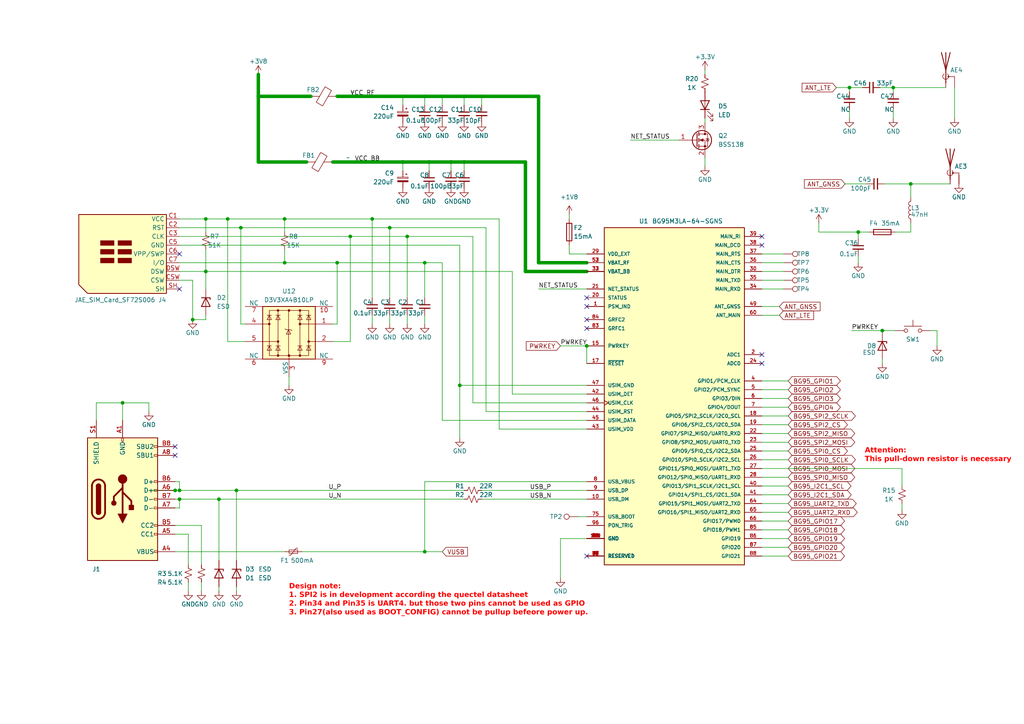
<source format=kicad_sch>
(kicad_sch (version 20230121) (generator eeschema)
  (paper "A4")
  (lib_symbols
    (symbol "C_Small_1" (pin_numbers hide) (pin_names (offset 0.254))
      (property "Reference" "C" (at 0.254 1.778 0))
      (property "Value" "C_Small" (at 0.254 -2.032 0))
      (symbol "C_Small_1_1_1"
        (pin passive line (at 0 2.54 270) (length 2.032) (name "~") (number "1"))
        (pin passive line (at 0 -2.54 90) (length 2.032) (name "~") (number "2"))
      )
    )
    (symbol "Connector:JAE_SIM_Card_SF72S006"
      (property "Reference" "J" (at 5.08 12.7 0))
      (property "Value" "JAE_SIM_Card_SF72S006" (at 30.48 12.7 0))
      (symbol "JAE_SIM_Card_SF72S006_1_1"
        (pin power_in line (at 0 10.16 0) (length 3.81) (name "VCC") (number "C1"))
        (pin input line (at 0 7.62 0) (length 3.81) (name "RST") (number "C2"))
        (pin input line (at 0 5.08 0) (length 3.81) (name "CLK") (number "C3"))
        (pin power_in line (at 0 2.54 0) (length 3.81) (name "GND") (number "C5"))
        (pin bidirectional line (at 0 0 0) (length 3.81) (name "VPP/SWP") (number "C6"))
        (pin bidirectional line (at 0 -2.54 0) (length 3.81) (name "I/O") (number "C7"))
        (pin passive line (at 0 -7.62 0) (length 3.81) (name "CSW") (number "CSW"))
        (pin passive line (at 0 -5.08 0) (length 3.81) (name "DSW") (number "DSW"))
        (pin passive line (at 0 -10.16 0) (length 3.81) (name "SH") (number "SH"))
      )
    )
    (symbol "Connector:TestPoint" (pin_numbers hide) (pin_names (offset 0.762) hide)
      (property "Reference" "TP" (at 0 6.858 0))
      (property "Value" "TestPoint" (at 0 5.08 0))
      (symbol "TestPoint_1_1"
        (pin passive line (at 0 0 90) (length 2.54) (name "1") (number "1"))
      )
    )
    (symbol "Connector:USB_C_Receptacle_USB2.0" (pin_names (offset 1.016))
      (property "Reference" "J" (at -10.16 19.05 0))
      (property "Value" "USB_C_Receptacle_USB2.0" (at 19.05 19.05 0))
      (symbol "USB_C_Receptacle_USB2.0_1_1"
        (pin passive line (at 0 -22.86 90) (length 5.08) (name "GND") (number "A1"))
        (pin passive line (at 0 -22.86 90) (length 5.08) hide (name "GND") (number "A12"))
        (pin passive line (at 15.24 15.24 180) (length 5.08) (name "VBUS") (number "A4"))
        (pin bidirectional line (at 15.24 10.16 180) (length 5.08) (name "CC1") (number "A5"))
        (pin bidirectional line (at 15.24 -2.54 180) (length 5.08) (name "D+") (number "A6"))
        (pin bidirectional line (at 15.24 2.54 180) (length 5.08) (name "D-") (number "A7"))
        (pin bidirectional line (at 15.24 -12.7 180) (length 5.08) (name "SBU1") (number "A8"))
        (pin passive line (at 15.24 15.24 180) (length 5.08) hide (name "VBUS") (number "A9"))
        (pin passive line (at 0 -22.86 90) (length 5.08) hide (name "GND") (number "B1"))
        (pin passive line (at 0 -22.86 90) (length 5.08) hide (name "GND") (number "B12"))
        (pin passive line (at 15.24 15.24 180) (length 5.08) hide (name "VBUS") (number "B4"))
        (pin bidirectional line (at 15.24 7.62 180) (length 5.08) (name "CC2") (number "B5"))
        (pin bidirectional line (at 15.24 -5.08 180) (length 5.08) (name "D+") (number "B6"))
        (pin bidirectional line (at 15.24 0 180) (length 5.08) (name "D-") (number "B7"))
        (pin bidirectional line (at 15.24 -15.24 180) (length 5.08) (name "SBU2") (number "B8"))
        (pin passive line (at 15.24 15.24 180) (length 5.08) hide (name "VBUS") (number "B9"))
        (pin passive line (at -7.62 -22.86 90) (length 5.08) (name "SHIELD") (number "S1"))
      )
    )
    (symbol "Device:Antenna_Shield" (pin_numbers hide) (pin_names (offset 1.016) hide)
      (property "Reference" "AE" (at -1.905 4.445 0))
      (property "Value" "Antenna_Shield" (at -1.905 2.54 0))
      (symbol "Antenna_Shield_1_1"
        (pin input line (at 0 -5.08 90) (length 2.54) (name "A") (number "1"))
        (pin input line (at 2.54 -5.08 90) (length 2.54) (name "Shield") (number "2"))
      )
    )
    (symbol "Device:C_Polarized_Small" (pin_numbers hide) (pin_names (offset 0.254) hide)
      (property "Reference" "C" (at 0.254 1.778 0))
      (property "Value" "C_Polarized_Small" (at 0.254 -2.032 0))
      (symbol "C_Polarized_Small_1_1"
        (pin passive line (at 0 2.54 270) (length 1.8542) (name "~") (number "1"))
        (pin passive line (at 0 -2.54 90) (length 1.8542) (name "~") (number "2"))
      )
    )
    (symbol "Device:C_Small" (pin_numbers hide) (pin_names (offset 0.254) hide)
      (property "Reference" "C" (at 0.254 1.778 0))
      (property "Value" "C_Small" (at 0.254 -2.032 0))
      (symbol "C_Small_1_1"
        (pin passive line (at 0 2.54 270) (length 2.032) (name "~") (number "1"))
        (pin passive line (at 0 -2.54 90) (length 2.032) (name "~") (number "2"))
      )
    )
    (symbol "Device:FerriteBead" (pin_numbers hide) (pin_names (offset 0))
      (property "Reference" "FB" (at -3.81 0.635 90))
      (property "Value" "FerriteBead" (at 3.81 0 90))
      (symbol "FerriteBead_1_1"
        (pin passive line (at 0 3.81 270) (length 2.54) (name "~") (number "1"))
        (pin passive line (at 0 -3.81 90) (length 2.54) (name "~") (number "2"))
      )
    )
    (symbol "Device:Fuse" (pin_numbers hide) (pin_names (offset 0))
      (property "Reference" "F" (at 2.032 0 90))
      (property "Value" "Fuse" (at -1.905 0 90))
      (symbol "Fuse_1_1"
        (pin passive line (at 0 3.81 270) (length 1.27) (name "~") (number "1"))
        (pin passive line (at 0 -3.81 90) (length 1.27) (name "~") (number "2"))
      )
    )
    (symbol "Device:L" (pin_numbers hide) (pin_names (offset 1.016) hide)
      (property "Reference" "L" (at -1.27 0 90))
      (property "Value" "L" (at 1.905 0 90))
      (symbol "L_1_1"
        (pin passive line (at 0 3.81 270) (length 1.27) (name "1") (number "1"))
        (pin passive line (at 0 -3.81 90) (length 1.27) (name "2") (number "2"))
      )
    )
    (symbol "Device:LED" (pin_numbers hide) (pin_names (offset 1.016) hide)
      (property "Reference" "D" (at 0 2.54 0))
      (property "Value" "LED" (at 0 -2.54 0))
      (symbol "LED_1_1"
        (pin passive line (at -3.81 0 0) (length 2.54) (name "K") (number "1"))
        (pin passive line (at 3.81 0 180) (length 2.54) (name "A") (number "2"))
      )
    )
    (symbol "Device:Polyfuse_Small" (pin_numbers hide) (pin_names (offset 0))
      (property "Reference" "F" (at -1.905 0 90))
      (property "Value" "Polyfuse_Small" (at 1.905 0 90))
      (symbol "Polyfuse_Small_1_1"
        (pin passive line (at 0 2.54 270) (length 0.635) (name "~") (number "1"))
        (pin passive line (at 0 -2.54 90) (length 0.635) (name "~") (number "2"))
      )
    )
    (symbol "Device:R_Small_US" (pin_numbers hide) (pin_names (offset 0.254) hide)
      (property "Reference" "R" (at 0.762 0.508 0))
      (property "Value" "R_Small_US" (at 0.762 -1.016 0))
      (symbol "R_Small_US_1_1"
        (pin passive line (at 0 2.54 270) (length 1.016) (name "~") (number "1"))
        (pin passive line (at 0 -2.54 90) (length 1.016) (name "~") (number "2"))
      )
    )
    (symbol "Diode:ESD5Zxx" (pin_numbers hide) (pin_names hide)
      (property "Reference" "D" (at 0 2.54 0))
      (property "Value" "ESD5Zxx" (at 0 -2.54 0))
      (symbol "ESD5Zxx_1_1"
        (pin passive line (at -3.81 0 0) (length 2.54) (name "K") (number "1"))
        (pin passive line (at 3.81 0 180) (length 2.54) (name "A") (number "2"))
      )
    )
    (symbol "Power_Protection:D3V3XA4B10LP" (pin_names (offset 0))
      (property "Reference" "U" (at -0.635 8.89 0))
      (property "Value" "D3V3XA4B10LP" (at 8.89 -10.16 0))
      (symbol "D3V3XA4B10LP_1_1"
        (pin passive line (at -12.7 2.54 0) (length 5.08) (name "~") (number "1"))
        (pin free line (at -12.7 7.62 0) (length 5.08) (name "NC") (number "10"))
        (pin passive line (at -12.7 -2.54 0) (length 5.08) (name "~") (number "2"))
        (pin power_in line (at 0 -12.7 90) (length 5.08) (name "VSS") (number "3"))
        (pin passive line (at 12.7 2.54 180) (length 5.08) (name "~") (number "4"))
        (pin passive line (at 12.7 -2.54 180) (length 5.08) (name "~") (number "5"))
        (pin free line (at 12.7 -7.62 180) (length 5.08) (name "NC") (number "6"))
        (pin free line (at 12.7 7.62 180) (length 5.08) (name "NC") (number "7"))
        (pin passive line (at 0 -12.7 90) (length 5.08) hide (name "VSS") (number "8"))
        (pin free line (at -12.7 -7.62 0) (length 5.08) (name "NC") (number "9"))
      )
    )
    (symbol "Switch:SW_Omron_B3FS" (pin_numbers hide) (pin_names (offset 1.016) hide)
      (property "Reference" "SW" (at 1.27 2.54 0))
      (property "Value" "SW_Omron_B3FS" (at 0 -1.524 0))
      (symbol "SW_Omron_B3FS_0_1"
        (pin passive line (at -5.08 0 0) (length 2.54) (name "1") (number "1"))
        (pin passive line (at 5.08 0 180) (length 2.54) (name "2") (number "2"))
      )
    )
    (symbol "Transistor_FET:BSS138" (pin_names hide)
      (property "Reference" "Q" (at 5.08 1.905 0))
      (property "Value" "BSS138" (at 5.08 0 0))
      (symbol "BSS138_1_1"
        (pin input line (at -5.08 0 0) (length 2.54) (name "G") (number "1"))
        (pin passive line (at 2.54 -5.08 90) (length 2.54) (name "S") (number "2"))
        (pin passive line (at 2.54 5.08 270) (length 2.54) (name "D") (number "3"))
      )
    )
    (symbol "mylib:BG95M3LA-64-SGNS" (pin_names (offset 1.016))
      (property "Reference" "U1" (at -8.89 46.99 0))
      (property "Value" "BG95M3LA-64-SGNS" (at -8.89 44.45 0))
      (symbol "BG95M3LA-64-SGNS_0_0"
        (pin output line (at -25.4 19.05 0) (length 5.08) (name "PSM_IND") (number "1"))
        (pin bidirectional line (at -25.4 -36.83 0) (length 5.08) (name "USB_DM") (number "10"))
        (pin power_in line (at -25.4 -48.26 0) (length 5.08) (name "GND") (number "100"))
        (pin power_in line (at -25.4 -48.26 0) (length 5.08) (name "GND") (number "101"))
        (pin power_in line (at -25.4 -48.26 0) (length 5.08) (name "GND") (number "102"))
        (pin passive line (at -25.4 -53.34 0) (length 5.08) (name "RESERVED") (number "11"))
        (pin passive line (at -25.4 -53.34 0) (length 5.08) (name "RESERVED") (number "12"))
        (pin passive line (at -25.4 -53.34 0) (length 5.08) (name "RESERVED") (number "13"))
        (pin passive line (at -25.4 -53.34 0) (length 5.08) (name "RESERVED") (number "14"))
        (pin input line (at -25.4 7.62 0) (length 5.08) (name "PWRKEY") (number "15"))
        (pin passive line (at -25.4 -53.34 0) (length 5.08) (name "RESERVED") (number "16"))
        (pin input line (at -25.4 2.54 0) (length 5.08) (name "~{RESET}") (number "17"))
        (pin input line (at 25.4 5.08 180) (length 5.08) (name "ADC1") (number "2"))
        (pin output line (at -25.4 21.59 0) (length 5.08) (name "STATUS") (number "20"))
        (pin output line (at -25.4 24.13 0) (length 5.08) (name "NET_STATUS") (number "21"))
        (pin input line (at 25.4 2.54 180) (length 5.08) (name "ADC0") (number "24"))
        (pin power_in line (at -25.4 34.29 0) (length 5.08) (name "VDD_EXT") (number "29"))
        (pin power_in line (at -25.4 -48.26 0) (length 5.08) (name "GND") (number "3"))
        (pin input line (at 25.4 29.21 180) (length 5.08) (name "MAIN_DTR") (number "30"))
        (pin power_in line (at -25.4 -48.26 0) (length 5.08) (name "GND") (number "31"))
        (pin power_in line (at -25.4 29.21 0) (length 5.08) (name "VBAT_BB") (number "32"))
        (pin power_in line (at -25.4 29.21 0) (length 5.08) (name "VBAT_BB") (number "33"))
        (pin input line (at 25.4 24.13 180) (length 5.08) (name "MAIN_RXD") (number "34"))
        (pin output line (at 25.4 26.67 180) (length 5.08) (name "MAIN_TXD") (number "35"))
        (pin output line (at 25.4 31.75 180) (length 5.08) (name "MAIN_CTS") (number "36"))
        (pin input line (at 25.4 34.29 180) (length 5.08) (name "MAIN_RTS") (number "37"))
        (pin output line (at 25.4 36.83 180) (length 5.08) (name "MAIN_DCD") (number "38"))
        (pin output line (at 25.4 39.37 180) (length 5.08) (name "MAIN_RI") (number "39"))
        (pin input line (at -25.4 -6.35 0) (length 5.08) (name "USIM_DET") (number "42"))
        (pin power_in line (at -25.4 -16.51 0) (length 5.08) (name "USIM_VDD") (number "43"))
        (pin output line (at -25.4 -11.43 0) (length 5.08) (name "USIM_RST") (number "44"))
        (pin bidirectional line (at -25.4 -13.97 0) (length 5.08) (name "USIM_DATA") (number "45"))
        (pin output clock (at -25.4 -8.89 0) (length 5.08) (name "USIM_CLK") (number "46"))
        (pin power_in line (at -25.4 -3.81 0) (length 5.08) (name "USIM_GND") (number "47"))
        (pin power_in line (at -25.4 -48.26 0) (length 5.08) (name "GND") (number "48"))
        (pin input line (at 25.4 19.05 180) (length 5.08) (name "ANT_GNSS") (number "49"))
        (pin power_in line (at -25.4 -48.26 0) (length 5.08) (name "GND") (number "50"))
        (pin passive line (at -25.4 -53.34 0) (length 5.08) (name "RESERVED") (number "51"))
        (pin power_in line (at -25.4 31.75 0) (length 5.08) (name "VBAT_RF") (number "52"))
        (pin power_in line (at -25.4 31.75 0) (length 5.08) (name "VBAT_RF") (number "53"))
        (pin power_in line (at -25.4 -48.26 0) (length 5.08) (name "GND") (number "54"))
        (pin power_in line (at -25.4 -48.26 0) (length 5.08) (name "GND") (number "55"))
        (pin passive line (at -25.4 -53.34 0) (length 5.08) (name "RESERVED") (number "56"))
        (pin passive line (at -25.4 -53.34 0) (length 5.08) (name "RESERVED") (number "57"))
        (pin power_in line (at -25.4 -48.26 0) (length 5.08) (name "GND") (number "58"))
        (pin power_in line (at -25.4 -48.26 0) (length 5.08) (name "GND") (number "59"))
        (pin bidirectional line (at 25.4 16.51 180) (length 5.08) (name "ANT_MAIN") (number "60"))
        (pin power_in line (at -25.4 -48.26 0) (length 5.08) (name "GND") (number "61"))
        (pin power_in line (at -25.4 -48.26 0) (length 5.08) (name "GND") (number "62"))
        (pin passive line (at -25.4 -53.34 0) (length 5.08) (name "RESERVED") (number "63"))
        (pin power_in line (at -25.4 -48.26 0) (length 5.08) (name "GND") (number "67"))
        (pin power_in line (at -25.4 -48.26 0) (length 5.08) (name "GND") (number "68"))
        (pin power_in line (at -25.4 -48.26 0) (length 5.08) (name "GND") (number "69"))
        (pin power_in line (at -25.4 -48.26 0) (length 5.08) (name "GND") (number "70"))
        (pin power_in line (at -25.4 -48.26 0) (length 5.08) (name "GND") (number "71"))
        (pin power_in line (at -25.4 -48.26 0) (length 5.08) (name "GND") (number "72"))
        (pin power_in line (at -25.4 -48.26 0) (length 5.08) (name "GND") (number "73"))
        (pin power_in line (at -25.4 -48.26 0) (length 5.08) (name "GND") (number "74"))
        (pin input line (at -25.4 -41.91 0) (length 5.08) (name "USB_BOOT") (number "75"))
        (pin passive line (at -25.4 -53.34 0) (length 5.08) (name "RESERVED") (number "76"))
        (pin passive line (at -25.4 -53.34 0) (length 5.08) (name "RESERVED") (number "77"))
        (pin passive line (at -25.4 -53.34 0) (length 5.08) (name "RESERVED") (number "78"))
        (pin power_in line (at -25.4 -48.26 0) (length 5.08) (name "GND") (number "79"))
        (pin input line (at -25.4 -31.75 0) (length 5.08) (name "USB_VBUS") (number "8"))
        (pin power_in line (at -25.4 -48.26 0) (length 5.08) (name "GND") (number "80"))
        (pin power_in line (at -25.4 -48.26 0) (length 5.08) (name "GND") (number "81"))
        (pin power_in line (at -25.4 -48.26 0) (length 5.08) (name "GND") (number "82"))
        (pin output line (at -25.4 12.7 0) (length 5.08) (name "GRFC1") (number "83"))
        (pin output line (at -25.4 15.24 0) (length 5.08) (name "GRFC2") (number "84"))
        (pin power_in line (at -25.4 -48.26 0) (length 5.08) (name "GND") (number "89"))
        (pin bidirectional line (at -25.4 -34.29 0) (length 5.08) (name "USB_DP") (number "9"))
        (pin power_in line (at -25.4 -48.26 0) (length 5.08) (name "GND") (number "90"))
        (pin power_in line (at -25.4 -48.26 0) (length 5.08) (name "GND") (number "91"))
        (pin passive line (at -25.4 -53.34 0) (length 5.08) (name "RESERVED") (number "92"))
        (pin passive line (at -25.4 -53.34 0) (length 5.08) (name "RESERVED") (number "93"))
        (pin passive line (at -25.4 -53.34 0) (length 5.08) (name "RESERVED") (number "94"))
        (pin passive line (at -25.4 -53.34 0) (length 5.08) (name "RESERVED") (number "95"))
        (pin input line (at -25.4 -44.45 0) (length 5.08) (name "PON_TRIG") (number "96"))
        (pin passive line (at -25.4 -53.34 0) (length 5.08) (name "RESERVED") (number "97"))
        (pin passive line (at -25.4 -53.34 0) (length 5.08) (name "RESERVED") (number "98"))
        (pin passive line (at -25.4 -53.34 0) (length 5.08) (name "RESERVED") (number "99"))
      )
      (symbol "BG95M3LA-64-SGNS_1_0"
        (pin bidirectional line (at 25.4 -12.7 180) (length 5.08) (name "GPIO5/SPI2_SCLK/I2C0_SCL") (number "18"))
        (pin bidirectional line (at 25.4 -15.24 180) (length 5.08) (name "GPIO6/SPI2_CS/I2C0_SDA") (number "19"))
        (pin bidirectional line (at 25.4 -17.78 180) (length 5.08) (name "GPIO7/SPI2_MISO/UART0_RXD") (number "22"))
        (pin bidirectional line (at 25.4 -20.32 180) (length 5.08) (name "GPIO8/SPI2_MOSI/UART0_TXD") (number "23"))
        (pin bidirectional line (at 25.4 -22.86 180) (length 5.08) (name "GPIO9/SPI0_CS/I2C2_SDA") (number "25"))
        (pin bidirectional line (at 25.4 -25.4 180) (length 5.08) (name "GPIO10/SPI0_SCLK/I2C2_SCL") (number "26"))
        (pin bidirectional line (at 25.4 -27.94 180) (length 5.08) (name "GPIO11/SPI0_MOSI/UART1_TXD") (number "27"))
        (pin bidirectional line (at 25.4 -30.48 180) (length 5.08) (name "GPIO12/SPI0_MISO/UART1_RXD") (number "28"))
        (pin bidirectional line (at 25.4 -2.54 180) (length 5.08) (name "GPIO1/PCM_CLK") (number "4"))
        (pin bidirectional line (at 25.4 -33.02 180) (length 5.08) (name "GPIO13/SPI1_SCLK/I2C1_SCL") (number "40"))
        (pin bidirectional line (at 25.4 -35.56 180) (length 5.08) (name "GPIO14/SPI1_CS/I2C1_SDA") (number "41"))
        (pin bidirectional line (at 25.4 -5.08 180) (length 5.08) (name "GPIO2/PCM_SYNC") (number "5"))
        (pin bidirectional line (at 25.4 -7.62 180) (length 5.08) (name "GPIO3/DIN") (number "6"))
        (pin bidirectional line (at 25.4 -38.1 180) (length 5.08) (name "GPIO15/SPI1_MOSI/UART2_TXD") (number "64"))
        (pin bidirectional line (at 25.4 -40.64 180) (length 5.08) (name "GPIO16/SPI1_MISO/UART2_RXD") (number "65"))
        (pin bidirectional line (at 25.4 -43.18 180) (length 5.08) (name "GPIO17/PWM0") (number "66"))
        (pin bidirectional line (at 25.4 -10.16 180) (length 5.08) (name "GPIO4/DOUT") (number "7"))
        (pin bidirectional line (at 25.4 -45.72 180) (length 5.08) (name "GPIO18/PWM1") (number "85"))
        (pin bidirectional line (at 25.4 -48.26 180) (length 5.08) (name "GPIO19") (number "86"))
        (pin bidirectional line (at 25.4 -50.8 180) (length 5.08) (name "GPIO20") (number "87"))
        (pin bidirectional line (at 25.4 -53.34 180) (length 5.08) (name "GPIO21") (number "88"))
      )
    )
    (symbol "power:+1V8" (power) (pin_names (offset 0))
      (property "Value" "+1V8" (at 0 3.556 0))
      (symbol "+1V8_1_1"
        (pin power_in line (at 0 0 90) (length 0) hide (name "+1V8") (number "1"))
      )
    )
    (symbol "power:+3.3V" (power) (pin_names (offset 0))
      (property "Value" "+3.3V" (at 0 3.556 0))
      (symbol "+3.3V_1_1"
        (pin power_in line (at 0 0 90) (length 0) hide (name "+3.3V") (number "1"))
      )
    )
    (symbol "power:+3V8" (power) (pin_names (offset 0))
      (property "Value" "+3V8" (at 0 3.556 0))
      (symbol "+3V8_1_1"
        (pin power_in line (at 0 0 90) (length 0) hide (name "+3V8") (number "1"))
      )
    )
    (symbol "power:GND" (power) (pin_names (offset 0))
      (property "Value" "GND" (at 0 -3.81 0))
      (symbol "GND_1_1"
        (pin power_in line (at 0 0 270) (length 0) hide (name "GND") (number "1"))
      )
    )
  )
  (junction (at 134.62 27.94))
  (junction (at 139.7 27.94))
  (junction (at 69.85 66.04))
  (junction (at 255.905 95.885))
  (junction (at 123.19 160.02))
  (junction (at 101.6 68.58))
  (junction (at 59.69 78.74))
  (junction (at 123.19 27.94))
  (junction (at 134.62 46.99))
  (junction (at 35.56 116.84))
  (junction (at 97.79 76.2))
  (junction (at 259.08 25.4))
  (junction (at 74.93 27.94))
  (junction (at 107.95 63.5))
  (junction (at 66.04 63.5))
  (junction (at 124.46 46.99))
  (junction (at 52.07 144.78))
  (junction (at 59.69 63.5))
  (junction (at 116.84 27.94))
  (junction (at 50.8 142.24))
  (junction (at 116.84 46.99))
  (junction (at 248.92 67.31))
  (junction (at 68.58 142.24))
  (junction (at 133.35 111.76))
  (junction (at 55.88 92.71))
  (junction (at 82.55 63.5))
  (junction (at 130.81 46.99))
  (junction (at 113.03 66.04))
  (junction (at 170.18 100.33))
  (junction (at 264.16 53.34))
  (junction (at 63.5 144.78))
  (junction (at 246.38 25.4))
  (junction (at 118.11 68.58))
  (junction (at 123.19 76.2))
  (junction (at 52.07 142.24))
  (junction (at 82.55 76.2))
  (junction (at 128.27 27.94))
  (no_connect (at 50.8 132.08))
  (no_connect (at 50.8 129.54))
  (no_connect (at 52.07 83.82))
  (no_connect (at 170.18 95.25))
  (no_connect (at 220.98 68.58))
  (no_connect (at 170.18 92.71))
  (no_connect (at 220.98 102.87))
  (no_connect (at 220.98 105.41))
  (no_connect (at 170.18 88.9))
  (no_connect (at 52.07 73.66))
  (no_connect (at 170.18 86.36))
  (no_connect (at 170.18 161.29))
  (no_connect (at 220.98 71.12))
  (wire (pts (xy 220.98 125.73) (xy 228.6 125.73)))
  (wire (pts (xy 59.69 63.5) (xy 59.69 67.31)))
  (wire (pts (xy 50.8 144.78) (xy 52.07 144.78)))
  (wire (pts (xy 134.62 46.99) (xy 134.62 49.53)))
  (wire (pts (xy 107.95 91.44) (xy 107.95 93.98)))
  (wire (pts (xy 113.03 91.44) (xy 113.03 93.98)))
  (wire (pts (xy 50.8 152.4) (xy 58.42 152.4)))
  (wire (pts (xy 220.98 115.57) (xy 228.6 115.57)))
  (wire (pts (xy 113.03 66.04) (xy 140.97 66.04)))
  (wire (pts (xy 227.33 76.2) (xy 220.98 76.2)))
  (wire (pts (xy 220.98 151.13) (xy 228.6 151.13)))
  (wire (pts (xy 247.015 95.885) (xy 255.905 95.885)))
  (wire (pts (xy 82.55 63.5) (xy 82.55 67.31)))
  (wire (pts (xy 82.55 72.39) (xy 82.55 76.2)))
  (wire (pts (xy 71.12 93.98) (xy 69.85 93.98)))
  (wire (pts (xy 237.49 67.31) (xy 248.92 67.31)))
  (wire (pts (xy 204.47 48.26) (xy 204.47 45.72)))
  (wire (pts (xy 204.47 20.32) (xy 204.47 21.59)))
  (wire (pts (xy 52.07 71.12) (xy 133.35 71.12)))
  (wire (pts (xy 248.92 67.31) (xy 248.92 69.215)))
  (wire (pts (xy 52.07 68.58) (xy 101.6 68.58)))
  (wire (pts (xy 52.07 66.04) (xy 69.85 66.04)))
  (wire (pts (xy 35.56 116.84) (xy 35.56 121.92)))
  (wire (pts (xy 227.33 83.82) (xy 220.98 83.82)))
  (wire (pts (xy 124.46 46.99) (xy 124.46 49.53)))
  (wire (pts (xy 128.27 27.94) (xy 123.19 27.94)) (stroke (width 1)))
  (wire (pts (xy 133.35 111.76) (xy 133.35 127)))
  (wire (pts (xy 134.62 46.99) (xy 152.4 46.99)) (stroke (width 1)))
  (wire (pts (xy 55.88 81.28) (xy 55.88 92.71)))
  (wire (pts (xy 148.59 78.74) (xy 59.69 78.74)))
  (wire (pts (xy 242.57 25.4) (xy 246.38 25.4)))
  (wire (pts (xy 123.19 76.2) (xy 128.27 76.2)))
  (wire (pts (xy 255.905 105.41) (xy 255.905 104.14)))
  (wire (pts (xy 83.82 111.76) (xy 83.82 109.22)))
  (wire (pts (xy 220.98 128.27) (xy 228.6 128.27)))
  (wire (pts (xy 134.62 27.94) (xy 134.62 30.48)))
  (wire (pts (xy 220.98 138.43) (xy 228.6 138.43)))
  (wire (pts (xy 128.27 76.2) (xy 128.27 121.92)))
  (wire (pts (xy 63.5 144.78) (xy 63.5 162.56)))
  (wire (pts (xy 256.54 53.34) (xy 264.16 53.34)))
  (wire (pts (xy 204.47 34.29) (xy 204.47 35.56)))
  (wire (pts (xy 27.94 121.92) (xy 27.94 116.84)))
  (wire (pts (xy 139.7 27.94) (xy 134.62 27.94)) (stroke (width 1)))
  (wire (pts (xy 128.27 27.94) (xy 128.27 30.48)))
  (wire (pts (xy 133.35 71.12) (xy 133.35 111.76)))
  (wire (pts (xy 220.98 156.21) (xy 228.6 156.21)))
  (wire (pts (xy 156.21 76.2) (xy 170.18 76.2)) (stroke (width 1)))
  (wire (pts (xy 123.19 86.36) (xy 123.19 76.2)))
  (wire (pts (xy 43.18 142.24) (xy 50.8 142.24)))
  (wire (pts (xy 220.98 130.81) (xy 228.6 130.81)))
  (wire (pts (xy 54.61 171.45) (xy 54.61 168.91)))
  (wire (pts (xy 116.84 27.94) (xy 97.79 27.94)) (stroke (width 1)))
  (wire (pts (xy 162.56 156.21) (xy 162.56 167.64)))
  (wire (pts (xy 220.98 161.29) (xy 228.6 161.29)))
  (wire (pts (xy 255.905 95.885) (xy 259.715 95.885)))
  (wire (pts (xy 165.1 62.23) (xy 165.1 63.5)))
  (wire (pts (xy 59.69 78.74) (xy 52.07 78.74)))
  (wire (pts (xy 123.19 27.94) (xy 123.19 30.48)))
  (wire (pts (xy 246.38 25.4) (xy 246.38 26.67)))
  (wire (pts (xy 220.98 118.11) (xy 228.6 118.11)))
  (wire (pts (xy 52.07 76.2) (xy 82.55 76.2)))
  (wire (pts (xy 152.4 78.74) (xy 152.4 46.99)) (stroke (width 1)))
  (wire (pts (xy 170.18 73.66) (xy 165.1 73.66)))
  (wire (pts (xy 54.61 163.83) (xy 54.61 154.94)))
  (wire (pts (xy 52.07 142.24) (xy 68.58 142.24)))
  (wire (pts (xy 220.98 148.59) (xy 228.6 148.59)))
  (wire (pts (xy 116.84 46.99) (xy 116.84 49.53)))
  (wire (pts (xy 248.92 67.31) (xy 252.095 67.31)))
  (wire (pts (xy 74.93 27.94) (xy 74.93 46.99)) (stroke (width 1)))
  (wire (pts (xy 74.93 21.59) (xy 74.93 27.94)) (stroke (width 1)))
  (wire (pts (xy 167.64 149.86) (xy 170.18 149.86)))
  (wire (pts (xy 50.8 147.32) (xy 52.07 147.32)))
  (wire (pts (xy 96.52 99.06) (xy 101.6 99.06)))
  (wire (pts (xy 68.58 142.24) (xy 68.58 162.56)))
  (wire (pts (xy 140.97 66.04) (xy 140.97 119.38)))
  (wire (pts (xy 118.11 68.58) (xy 137.16 68.58)))
  (wire (pts (xy 246.38 34.29) (xy 246.38 31.75)))
  (wire (pts (xy 113.03 86.36) (xy 113.03 66.04)))
  (wire (pts (xy 220.98 153.67) (xy 228.6 153.67)))
  (wire (pts (xy 220.98 146.05) (xy 228.6 146.05)))
  (wire (pts (xy 165.1 71.12) (xy 165.1 73.66)))
  (wire (pts (xy 52.07 139.7) (xy 52.07 142.24)))
  (wire (pts (xy 116.84 46.99) (xy 124.46 46.99)) (stroke (width 1)))
  (wire (pts (xy 68.58 142.24) (xy 134.62 142.24)))
  (wire (pts (xy 220.98 158.75) (xy 228.6 158.75)))
  (wire (pts (xy 123.19 139.7) (xy 170.18 139.7)))
  (wire (pts (xy 162.56 156.21) (xy 170.18 156.21)))
  (wire (pts (xy 50.8 160.02) (xy 82.55 160.02)))
  (wire (pts (xy 137.16 116.84) (xy 170.18 116.84)))
  (wire (pts (xy 248.92 74.295) (xy 248.92 76.2)))
  (wire (pts (xy 52.07 147.32) (xy 52.07 144.78)))
  (wire (pts (xy 148.59 114.3) (xy 148.59 78.74)))
  (wire (pts (xy 59.69 92.71) (xy 55.88 92.71)))
  (wire (pts (xy 116.84 27.94) (xy 116.84 30.48)))
  (wire (pts (xy 276.86 25.4) (xy 276.86 34.29)))
  (wire (pts (xy 264.16 67.31) (xy 259.715 67.31)))
  (wire (pts (xy 139.7 144.78) (xy 170.18 144.78)))
  (wire (pts (xy 170.18 100.33) (xy 170.18 105.41)))
  (wire (pts (xy 139.7 27.94) (xy 139.7 30.48)))
  (wire (pts (xy 130.81 46.99) (xy 134.62 46.99)) (stroke (width 1)))
  (wire (pts (xy 156.21 83.82) (xy 170.18 83.82)))
  (wire (pts (xy 259.08 25.4) (xy 274.32 25.4)))
  (wire (pts (xy 255.27 25.4) (xy 259.08 25.4)))
  (wire (pts (xy 264.16 53.34) (xy 264.16 57.15)))
  (wire (pts (xy 182.88 40.64) (xy 196.85 40.64)))
  (wire (pts (xy 220.98 110.49) (xy 228.6 110.49)))
  (wire (pts (xy 124.46 46.99) (xy 130.81 46.99)) (stroke (width 1)))
  (wire (pts (xy 107.95 63.5) (xy 144.78 63.5)))
  (wire (pts (xy 137.16 68.58) (xy 137.16 116.84)))
  (wire (pts (xy 220.98 113.03) (xy 228.6 113.03)))
  (wire (pts (xy 118.11 68.58) (xy 118.11 86.36)))
  (wire (pts (xy 148.59 114.3) (xy 170.18 114.3)))
  (wire (pts (xy 264.16 53.34) (xy 275.59 53.34)))
  (wire (pts (xy 220.98 123.19) (xy 228.6 123.19)))
  (wire (pts (xy 227.33 78.74) (xy 220.98 78.74)))
  (wire (pts (xy 156.21 76.2) (xy 156.21 27.94)) (stroke (width 1)))
  (wire (pts (xy 220.98 133.35) (xy 228.6 133.35)))
  (wire (pts (xy 50.8 142.24) (xy 52.07 142.24)))
  (wire (pts (xy 97.79 76.2) (xy 123.19 76.2)))
  (wire (pts (xy 123.19 160.02) (xy 128.27 160.02)))
  (wire (pts (xy 35.56 116.84) (xy 43.18 116.84)))
  (wire (pts (xy 96.52 93.98) (xy 97.79 93.98)))
  (wire (pts (xy 58.42 152.4) (xy 58.42 163.83)))
  (wire (pts (xy 69.85 66.04) (xy 113.03 66.04)))
  (wire (pts (xy 82.55 63.5) (xy 107.95 63.5)))
  (wire (pts (xy 220.98 88.9) (xy 226.06 88.9)))
  (wire (pts (xy 162.56 100.33) (xy 170.18 100.33)))
  (wire (pts (xy 54.61 154.94) (xy 50.8 154.94)))
  (wire (pts (xy 140.97 119.38) (xy 170.18 119.38)))
  (wire (pts (xy 68.58 171.45) (xy 68.58 170.18)))
  (wire (pts (xy 128.27 121.92) (xy 170.18 121.92)))
  (wire (pts (xy 27.94 116.84) (xy 35.56 116.84)))
  (wire (pts (xy 123.19 91.44) (xy 123.19 93.98)))
  (wire (pts (xy 71.12 99.06) (xy 66.04 99.06)))
  (wire (pts (xy 101.6 99.06) (xy 101.6 68.58)))
  (wire (pts (xy 271.78 95.885) (xy 271.78 100.33)))
  (wire (pts (xy 52.07 63.5) (xy 59.69 63.5)))
  (wire (pts (xy 220.98 91.44) (xy 226.06 91.44)))
  (wire (pts (xy 59.69 91.44) (xy 59.69 92.71)))
  (wire (pts (xy 59.69 63.5) (xy 66.04 63.5)))
  (wire (pts (xy 255.905 95.885) (xy 255.905 96.52)))
  (wire (pts (xy 101.6 68.58) (xy 118.11 68.58)))
  (wire (pts (xy 144.78 63.5) (xy 144.78 124.46)))
  (wire (pts (xy 245.11 53.34) (xy 251.46 53.34)))
  (wire (pts (xy 118.11 91.44) (xy 118.11 93.98)))
  (wire (pts (xy 220.98 120.65) (xy 228.6 120.65)))
  (wire (pts (xy 69.85 66.04) (xy 69.85 93.98)))
  (wire (pts (xy 87.63 160.02) (xy 123.19 160.02)))
  (wire (pts (xy 261.62 140.97) (xy 261.62 135.89)))
  (wire (pts (xy 259.08 25.4) (xy 259.08 26.67)))
  (wire (pts (xy 227.33 81.28) (xy 220.98 81.28)))
  (wire (pts (xy 156.21 27.94) (xy 139.7 27.94)) (stroke (width 1)))
  (wire (pts (xy 220.98 140.97) (xy 228.6 140.97)))
  (wire (pts (xy 63.5 144.78) (xy 134.62 144.78)))
  (wire (pts (xy 82.55 76.2) (xy 97.79 76.2)))
  (wire (pts (xy 246.38 25.4) (xy 250.19 25.4)))
  (wire (pts (xy 50.8 139.7) (xy 52.07 139.7)))
  (wire (pts (xy 97.79 76.2) (xy 97.79 93.98)))
  (wire (pts (xy 66.04 99.06) (xy 66.04 63.5)))
  (wire (pts (xy 63.5 171.45) (xy 63.5 170.18)))
  (wire (pts (xy 259.08 34.29) (xy 259.08 31.75)))
  (wire (pts (xy 133.35 111.76) (xy 170.18 111.76)))
  (wire (pts (xy 261.62 147.955) (xy 261.62 146.05)))
  (wire (pts (xy 58.42 171.45) (xy 58.42 168.91)))
  (wire (pts (xy 52.07 144.78) (xy 63.5 144.78)))
  (wire (pts (xy 227.33 73.66) (xy 220.98 73.66)))
  (wire (pts (xy 96.52 46.99) (xy 116.84 46.99)) (stroke (width 1)))
  (wire (pts (xy 237.49 64.77) (xy 237.49 67.31)))
  (wire (pts (xy 264.16 64.77) (xy 264.16 67.31)))
  (wire (pts (xy 59.69 78.74) (xy 59.69 83.82)))
  (wire (pts (xy 52.07 81.28) (xy 55.88 81.28)))
  (wire (pts (xy 134.62 27.94) (xy 128.27 27.94)) (stroke (width 1)))
  (wire (pts (xy 107.95 63.5) (xy 107.95 86.36)))
  (wire (pts (xy 220.98 143.51) (xy 228.6 143.51)))
  (wire (pts (xy 220.98 135.89) (xy 261.62 135.89)))
  (wire (pts (xy 123.19 160.02) (xy 123.19 139.7)))
  (wire (pts (xy 74.93 27.94) (xy 90.17 27.94)) (stroke (width 1)))
  (wire (pts (xy 43.18 116.84) (xy 43.18 119.38)))
  (wire (pts (xy 66.04 63.5) (xy 82.55 63.5)))
  (wire (pts (xy 269.875 95.885) (xy 271.78 95.885)))
  (wire (pts (xy 170.18 78.74) (xy 152.4 78.74)) (stroke (width 1)))
  (wire (pts (xy 144.78 124.46) (xy 170.18 124.46)))
  (wire (pts (xy 59.69 72.39) (xy 59.69 78.74)))
  (wire (pts (xy 74.93 46.99) (xy 88.9 46.99)) (stroke (width 1)))
  (wire (pts (xy 130.81 46.99) (xy 130.81 49.53)))
  (wire (pts (xy 123.19 27.94) (xy 116.84 27.94)) (stroke (width 1)))
  (wire (pts (xy 139.7 142.24) (xy 170.18 142.24)))
  (text "Attention:\nThis pull-down resistor is necessary" (at 250.825 134.62 0) (effects (font (size 1.5 1.5) (thickness 0.254) bold) (justify left bottom)))
  (text "Design note:\n1. SPI2 is in development according the quectel datasheet\n2. Pin34 and Pin35 is UART4. but those two pins cannot be used as GPIO\n3. Pin27(also used as BOOT_CONFIG) cannot be pullup befeore power up." (at 83.82 179.07 0) (effects (font (size 1.5 1.5) (thickness 0.3) bold) (justify left bottom)))
  (label "U_N" (at 95.25 144.78 0))
  (label "PWRKEY" (at 247.015 95.885 0))
  (label "VCC_RF" (at 101.6 27.94 0))
  (label "USB_N" (at 153.67 144.78 0))
  (label "USB_P" (at 153.67 142.24 0))
  (label "NET_STATUS" (at 156.21 83.82 0))
  (label "PWRKEY" (at 162.56 100.33 0))
  (label "VCC_BB" (at 102.87 46.99 0))
  (label "NET_STATUS" (at 182.88 40.64 0))
  (label "U_P" (at 95.25 142.24 0))
  (global_label "ANT_GNSS" (shape input) (at 245.11 53.34 180) (property "Intersheetrefs" "${INTERSHEET_REFS}" (effects hide)))
  (global_label "BG95_GPIO17" (shape bidirectional) (at 228.6 151.13 0) (property "Intersheetrefs" "${INTERSHEET_REFS}" (effects hide)))
  (global_label "BG95_SPI2_MISO" (shape bidirectional) (at 228.6 125.73 0) (property "Intersheetrefs" "${INTERSHEET_REFS}" (effects hide)))
  (global_label "BG95_GPIO2" (shape bidirectional) (at 228.6 113.03 0) (property "Intersheetrefs" "${INTERSHEET_REFS}" (effects hide)))
  (global_label "BG95_GPIO20" (shape bidirectional) (at 228.6 158.75 0) (property "Intersheetrefs" "${INTERSHEET_REFS}" (effects hide)))
  (global_label "BG95_GPIO1" (shape bidirectional) (at 228.6 110.49 0) (property "Intersheetrefs" "${INTERSHEET_REFS}" (effects hide)))
  (global_label "BG95_SPI0_MOSI" (shape bidirectional) (at 228.6 135.89 0) (property "Intersheetrefs" "${INTERSHEET_REFS}" (effects hide)))
  (global_label "BG95_GPIO4" (shape bidirectional) (at 228.6 118.11 0) (property "Intersheetrefs" "${INTERSHEET_REFS}" (effects hide)))
  (global_label "VUSB" (shape input) (at 128.27 160.02 0) (property "Intersheetrefs" "${INTERSHEET_REFS}" (effects hide)))
  (global_label "BG95_SPI2_CS" (shape bidirectional) (at 228.6 123.19 0) (property "Intersheetrefs" "${INTERSHEET_REFS}" (effects hide)))
  (global_label "BG95_GPIO18" (shape bidirectional) (at 228.6 153.67 0) (property "Intersheetrefs" "${INTERSHEET_REFS}" (effects hide)))
  (global_label "BG95_SPI0_MISO" (shape bidirectional) (at 228.6 138.43 0) (property "Intersheetrefs" "${INTERSHEET_REFS}" (effects hide)))
  (global_label "BG95_SPI2_MOSI" (shape bidirectional) (at 228.6 128.27 0) (property "Intersheetrefs" "${INTERSHEET_REFS}" (effects hide)))
  (global_label "BG95_SPI0_CS" (shape bidirectional) (at 228.6 130.81 0) (property "Intersheetrefs" "${INTERSHEET_REFS}" (effects hide)))
  (global_label "ANT_LTE" (shape input) (at 226.06 91.44 0) (property "Intersheetrefs" "${INTERSHEET_REFS}" (effects hide)))
  (global_label "BG95_GPIO3" (shape bidirectional) (at 228.6 115.57 0) (property "Intersheetrefs" "${INTERSHEET_REFS}" (effects hide)))
  (global_label "BG95_SPI0_SCLK" (shape bidirectional) (at 228.6 133.35 0) (property "Intersheetrefs" "${INTERSHEET_REFS}" (effects hide)))
  (global_label "BG95_I2C1_SDA" (shape bidirectional) (at 228.6 143.51 0) (property "Intersheetrefs" "${INTERSHEET_REFS}" (effects hide)))
  (global_label "ANT_LTE" (shape input) (at 242.57 25.4 180) (property "Intersheetrefs" "${INTERSHEET_REFS}" (effects hide)))
  (global_label "BG95_SPI2_SCLK" (shape bidirectional) (at 228.6 120.65 0) (property "Intersheetrefs" "${INTERSHEET_REFS}" (effects hide)))
  (global_label "BG95_UART2_RXD" (shape bidirectional) (at 228.6 148.59 0) (property "Intersheetrefs" "${INTERSHEET_REFS}" (effects hide)))
  (global_label "BG95_I2C1_SCL" (shape bidirectional) (at 228.6 140.97 0) (property "Intersheetrefs" "${INTERSHEET_REFS}" (effects hide)))
  (global_label "BG95_UART2_TXD" (shape bidirectional) (at 228.6 146.05 0) (property "Intersheetrefs" "${INTERSHEET_REFS}" (effects hide)))
  (global_label "BG95_GPIO21" (shape bidirectional) (at 228.6 161.29 0) (property "Intersheetrefs" "${INTERSHEET_REFS}" (effects hide)))
  (global_label "BG95_GPIO19" (shape bidirectional) (at 228.6 156.21 0) (property "Intersheetrefs" "${INTERSHEET_REFS}" (effects hide)))
  (global_label "PWRKEY" (shape input) (at 162.56 100.33 180) (property "Intersheetrefs" "${INTERSHEET_REFS}" (effects hide)))
  (global_label "ANT_GNSS" (shape input) (at 226.06 88.9 0) (property "Intersheetrefs" "${INTERSHEET_REFS}" (effects hide)))
  (symbol (lib_id "power:GND") (at 54.61 171.45 0) (unit 1)
    (property "Reference" "#PWR01" (effects hide))
    (property "Value" "GND" (at 54.61 175.26 0))
  )
  (symbol (lib_id "Connector:TestPoint") (at 227.33 73.66 270) (unit 1)
    (property "Reference" "TP8" (at 231.14 73.66 90) (effects (justify left)))
    (property "Value" "TestPoint" (effects hide))
    (property "Footprint" "TestPoint:TestPoint_Pad_D1.0mm" (effects hide))
  )
  (symbol (lib_id "Device:C_Small") (at 254 53.34 90) (mirror x) (unit 1)
    (property "Reference" "C45" (at 252.73 52.07 90) (effects (justify left)))
    (property "Value" "100pF" (at 252.73 54.61 90) (effects (justify left)))
    (property "Footprint" "Capacitor_SMD:C_0201_0603Metric" (effects hide))
  )
  (symbol (lib_id "Device:R_Small_US") (at 54.61 166.37 180) (unit 1)
    (property "Reference" "R3" (at 46.99 166.37 0))
    (property "Value" "5.1K" (at 50.8 166.37 0))
    (property "Footprint" "Resistor_SMD:R_0402_1005Metric" (effects hide))
  )
  (symbol (lib_id "Device:C_Small") (at 113.03 88.9 0) (mirror y) (unit 1)
    (property "Reference" "C3" (at 113.03 87.63 0) (effects (justify left)))
    (property "Value" "33pF" (at 113.03 90.805 0) (effects (justify left)))
    (property "Footprint" "Capacitor_SMD:C_0402_1005Metric" (effects hide))
  )
  (symbol (lib_id "power:GND") (at 162.56 167.64 0) (unit 1)
    (property "Reference" "#PWR03" (effects hide))
    (property "Value" "GND" (at 162.56 171.45 0))
  )
  (symbol (lib_id "power:GND") (at 246.38 34.29 0) (mirror y) (unit 1)
    (property "Reference" "#PWR084" (effects hide))
    (property "Value" "GND" (at 246.38 38.1 0))
  )
  (symbol (lib_id "Connector:USB_C_Receptacle_USB2.0") (at 35.56 144.78 0) (mirror x) (unit 1)
    (property "Reference" "J1" (at 27.94 165.1 0))
    (property "Value" "USB_C_Receptacle_USB2.0" (effects hide))
    (property "Footprint" "Connector_USB:USB_C_Receptacle_HRO_TYPE-C-31-M-12" (effects hide))
    (property "Datasheet" "https://www.usb.org/sites/default/files/documents/usb_type-c.zip" (effects hide))
  )
  (symbol (lib_id "Power_Protection:D3V3XA4B10LP") (at 83.82 96.52 0) (mirror y) (unit 1)
    (property "Reference" "U12" (at 83.82 84.455 0))
    (property "Value" "D3V3XA4B10LP" (at 83.82 86.995 0))
    (property "Footprint" "Package_DFN_QFN:Diodes_UDFN-10_1.0x2.5mm_P0.5mm" (effects hide))
    (property "Datasheet" "https://www.diodes.com/assets/Datasheets/D3V3XA4B10LP.pdf" (effects hide))
  )
  (symbol (lib_id "mylib:BG95M3LA-64-SGNS") (at 195.58 107.95 0) (unit 1)
    (property "Reference" "U1" (at 186.69 64.135 0))
    (property "Value" "BG95M3LA-64-SGNS" (at 199.39 64.135 0))
    (property "Footprint" "myfootprintlib:XCVR_BG95M3LA-64-SGNS" (effects hide))
    (property "MF" "Quectel Wireless Solutions Co., Ltd" (effects hide))
    (property "Purchase-URL" "https://pricing.snapeda.com/search/part/BG95M3LA-64-SGNS/?ref=eda" (effects hide))
    (property "Package" "Custom Quectel" (effects hide))
    (property "Price" "None" (effects hide))
    (property "Check_prices" "https://www.snapeda.com/parts/BG95M3LA-64-SGNS/Quectel/view-part/?ref=eda" (effects hide))
    (property "SnapEDA_Link" "https://www.snapeda.com/parts/BG95M3LA-64-SGNS/Quectel/view-part/?ref=snap" (effects hide))
    (property "MP" "BG95M3LA-64-SGNS" (effects hide))
    (property "Availability" "In Stock" (effects hide))
    (property "Description" "\nQuectel BG95 Series LTE Cat M1/ Cat NB2/ EGPRS Module\n" (effects hide))
  )
  (symbol (lib_id "power:GND") (at 128.27 35.56 0) (mirror y) (unit 1)
    (property "Reference" "#PWR020" (effects hide))
    (property "Value" "GND" (at 128.27 39.37 0))
  )
  (symbol (lib_id "power:GND") (at 43.18 119.38 0) (unit 1)
    (property "Reference" "#PWR023" (effects hide))
    (property "Value" "GND" (at 43.18 123.19 0))
  )
  (symbol (lib_id "power:GND") (at 63.5 171.45 0) (unit 1)
    (property "Reference" "#PWR04" (effects hide))
    (property "Value" "GND" (at 63.5 175.26 0))
  )
  (symbol (lib_id "Connector:TestPoint") (at 227.33 81.28 270) (unit 1)
    (property "Reference" "TP5" (at 231.14 81.28 90) (effects (justify left)))
    (property "Value" "TestPoint" (effects hide))
    (property "Footprint" "TestPoint:TestPoint_Pad_D1.0mm" (effects hide))
  )
  (symbol (lib_id "Device:C_Small") (at 246.38 29.21 0) (mirror x) (unit 1)
    (property "Reference" "C44" (at 242.57 27.94 0) (effects (justify left)))
    (property "Value" "NC" (at 243.84 31.75 0) (effects (justify left)))
    (property "Footprint" "Capacitor_SMD:C_0201_0603Metric" (effects hide))
  )
  (symbol (lib_id "power:GND") (at 271.78 100.33 0) (unit 1)
    (property "Reference" "#PWR082" (effects hide))
    (property "Value" "GND" (at 271.78 104.14 0))
  )
  (symbol (lib_id "Device:Fuse") (at 165.1 67.31 0) (unit 1)
    (property "Reference" "F2" (at 166.37 66.04 0) (effects (justify left)))
    (property "Value" "15mA" (at 166.37 68.58 0) (effects (justify left)))
    (property "Footprint" "Fuse:Fuse_0402_1005Metric" (effects hide))
  )
  (symbol (lib_id "power:GND") (at 248.92 76.2 0) (unit 1)
    (property "Reference" "#PWR080" (effects hide))
    (property "Value" "GND" (at 248.92 80.01 0))
  )
  (symbol (lib_id "Device:LED") (at 204.47 30.48 90) (unit 1)
    (property "Reference" "D5" (at 208.28 30.7975 90) (effects (justify right)))
    (property "Value" "LED" (at 208.28 33.3375 90) (effects (justify right)))
    (property "Footprint" "LED_SMD:LED_0603_1608Metric" (effects hide))
  )
  (symbol (lib_id "Device:Antenna_Shield") (at 275.59 48.26 0) (unit 1)
    (property "Reference" "AE3" (at 276.86 48.26 0) (effects (justify left)))
    (property "Value" "Antenna_Shield" (effects hide))
    (property "Footprint" "Connector_Coaxial:U.FL_Hirose_U.FL-R-SMT-1_Vertical" (effects hide))
  )
  (symbol (lib_id "Device:C_Small") (at 124.46 52.07 0) (mirror y) (unit 1)
    (property "Reference" "C8" (at 124.46 50.8 0) (effects (justify left)))
    (property "Value" "0.1uF" (at 124.46 53.975 0) (effects (justify left)))
    (property "Footprint" "Capacitor_SMD:C_0402_1005Metric" (effects hide))
  )
  (symbol (lib_id "power:GND") (at 130.81 54.61 0) (mirror y) (unit 1)
    (property "Reference" "#PWR015" (effects hide))
    (property "Value" "GND" (at 130.81 58.42 0))
  )
  (symbol (lib_id "Transistor_FET:BSS138") (at 201.93 40.64 0) (unit 1)
    (property "Reference" "Q2" (at 208.28 39.37 0) (effects (justify left)))
    (property "Value" "BSS138" (at 208.28 41.91 0) (effects (justify left)))
    (property "Footprint" "Package_TO_SOT_SMD:SOT-523" (effects hide))
    (property "Datasheet" "https://www.onsemi.com/pub/Collateral/BSS138-D.PDF" (effects hide))
  )
  (symbol (lib_id "Diode:ESD5Zxx") (at 255.905 100.33 270) (unit 1)
    (property "Reference" "D8" (at 251.46 100.33 90) (effects (justify left)))
    (property "Value" "ESD" (at 250.19 102.235 90) (effects (justify left)))
    (property "Footprint" "Diode_SMD:D_SOD-523" (effects hide))
    (property "Datasheet" "https://www.onsemi.com/pdf/datasheet/esd5z2.5t1-d.pdf" (effects hide))
  )
  (symbol (lib_id "power:GND") (at 134.62 35.56 0) (mirror y) (unit 1)
    (property "Reference" "#PWR019" (effects hide))
    (property "Value" "GND" (at 134.62 39.37 0))
  )
  (symbol (lib_id "Device:C_Small") (at 259.08 29.21 0) (mirror x) (unit 1)
    (property "Reference" "C47" (at 255.27 27.94 0) (effects (justify left)))
    (property "Value" "NC" (at 256.54 31.75 0) (effects (justify left)))
    (property "Footprint" "Capacitor_SMD:C_0201_0603Metric" (effects hide))
  )
  (symbol (lib_id "Connector:TestPoint") (at 227.33 78.74 270) (unit 1)
    (property "Reference" "TP6" (at 231.14 78.74 90) (effects (justify left)))
    (property "Value" "TestPoint" (effects hide))
    (property "Footprint" "TestPoint:TestPoint_Pad_D1.0mm" (effects hide))
  )
  (symbol (lib_name "C_Small_1") (lib_id "Device:C_Small") (at 118.11 88.9 0) (mirror y) (unit 1)
    (property "Reference" "C2" (at 118.11 87.63 0) (effects (justify left)))
    (property "Value" "33pF" (at 118.11 90.805 0) (effects (justify left)))
    (property "Footprint" "Capacitor_SMD:C_0402_1005Metric" (effects hide))
  )
  (symbol (lib_id "Device:C_Small") (at 248.92 71.755 0) (mirror y) (unit 1)
    (property "Reference" "C36" (at 248.92 70.485 0) (effects (justify left)))
    (property "Value" "0.1uF" (at 248.92 73.66 0) (effects (justify left)))
    (property "Footprint" "Capacitor_SMD:C_0402_1005Metric" (effects hide))
  )
  (symbol (lib_id "Device:C_Small") (at 107.95 88.9 0) (mirror y) (unit 1)
    (property "Reference" "C4" (at 107.95 87.63 0) (effects (justify left)))
    (property "Value" "0.1uF" (at 107.95 90.805 0) (effects (justify left)))
    (property "Footprint" "Capacitor_SMD:C_0402_1005Metric" (effects hide))
  )
  (symbol (lib_id "power:+3.3V") (at 237.49 64.77 0) (unit 1)
    (property "Reference" "#PWR083" (effects hide))
    (property "Value" "+3.3V" (at 237.49 60.96 0))
  )
  (symbol (lib_id "Device:L") (at 264.16 60.96 0) (mirror y) (unit 1)
    (property "Reference" "L3" (at 265.43 60.325 0))
    (property "Value" "47nH" (at 266.7 62.23 0))
    (property "Footprint" "Inductor_SMD:L_0402_1005Metric" (effects hide))
  )
  (symbol (lib_id "Device:C_Small") (at 123.19 88.9 0) (mirror y) (unit 1)
    (property "Reference" "C1" (at 123.19 87.63 0) (effects (justify left)))
    (property "Value" "33pF" (at 123.19 90.805 0) (effects (justify left)))
    (property "Footprint" "Capacitor_SMD:C_0402_1005Metric" (effects hide))
  )
  (symbol (lib_id "Switch:SW_Omron_B3FS") (at 264.795 95.885 0) (unit 1)
    (property "Reference" "SW1" (at 264.795 98.425 0))
    (property "Value" "SW_Omron_B3FS" (effects hide))
    (property "Footprint" "Button_Switch_SMD:SW_Push_SPST_NO_Alps_SKRK" (effects hide))
    (property "Datasheet" "https://omronfs.omron.com/en_US/ecb/products/pdf/en-b3fs.pdf" (effects hide))
  )
  (symbol (lib_id "Device:Fuse") (at 255.905 67.31 90) (unit 1)
    (property "Reference" "F4" (at 254.635 64.77 90) (effects (justify left)))
    (property "Value" "35mA" (at 260.985 64.77 90) (effects (justify left)))
    (property "Footprint" "Fuse:Fuse_0402_1005Metric" (effects hide))
  )
  (symbol (lib_id "Device:C_Small") (at 128.27 33.02 0) (mirror y) (unit 1)
    (property "Reference" "C12" (at 128.27 31.75 0) (effects (justify left)))
    (property "Value" "100pF" (at 128.27 34.925 0) (effects (justify left)))
    (property "Footprint" "Capacitor_SMD:C_0402_1005Metric" (effects hide))
  )
  (symbol (lib_id "power:+3V8") (at 74.93 21.59 0) (unit 1)
    (property "Reference" "#PWR036" (effects hide))
    (property "Value" "+3V8" (at 74.93 17.78 0))
  )
  (symbol (lib_id "Device:R_Small_US") (at 137.16 142.24 90) (unit 1)
    (property "Reference" "R1" (at 133.35 140.97 90))
    (property "Value" "22R" (at 140.97 140.97 90))
    (property "Footprint" "Resistor_SMD:R_0402_1005Metric" (effects hide))
  )
  (symbol (lib_id "Device:C_Polarized_Small") (at 116.84 52.07 0) (mirror y) (unit 1)
    (property "Reference" "C9" (at 114.3 50.2539 0) (effects (justify left)))
    (property "Value" "220uF" (at 114.3 52.7939 0) (effects (justify left)))
    (property "Footprint" "Capacitor_Tantalum_SMD:CP_EIA-3528-12_Kemet-T" (effects hide))
  )
  (symbol (lib_id "power:+3.3V") (at 204.47 20.32 0) (unit 1)
    (property "Reference" "#PWR069" (effects hide))
    (property "Value" "+3.3V" (at 204.47 16.51 0))
  )
  (symbol (lib_id "power:GND") (at 123.19 93.98 0) (mirror y) (unit 1)
    (property "Reference" "#PWR05" (effects hide))
    (property "Value" "GND" (at 123.19 97.79 0))
  )
  (symbol (lib_id "power:GND") (at 139.7 35.56 0) (mirror y) (unit 1)
    (property "Reference" "#PWR018" (effects hide))
    (property "Value" "GND" (at 139.7 39.37 0))
  )
  (symbol (lib_id "power:GND") (at 55.88 92.71 0) (mirror y) (unit 1)
    (property "Reference" "#PWR09" (effects hide))
    (property "Value" "GND" (at 55.88 96.52 0))
  )
  (symbol (lib_id "Device:R_Small_US") (at 58.42 166.37 180) (unit 1)
    (property "Reference" "R4" (at 46.99 168.91 0))
    (property "Value" "5.1K" (at 50.8 168.91 0))
    (property "Footprint" "Resistor_SMD:R_0402_1005Metric" (effects hide))
  )
  (symbol (lib_id "power:GND") (at 134.62 54.61 0) (mirror y) (unit 1)
    (property "Reference" "#PWR014" (effects hide))
    (property "Value" "GND" (at 134.62 58.42 0))
  )
  (symbol (lib_id "power:GND") (at 124.46 54.61 0) (mirror y) (unit 1)
    (property "Reference" "#PWR016" (effects hide))
    (property "Value" "GND" (at 124.46 58.42 0))
  )
  (symbol (lib_id "Diode:ESD5Zxx") (at 59.69 87.63 270) (unit 1)
    (property "Reference" "D2" (at 62.865 86.36 90) (effects (justify left)))
    (property "Value" "ESD" (at 62.865 88.9 90) (effects (justify left)))
    (property "Footprint" "Diode_SMD:D_SOD-923" (effects hide))
    (property "Datasheet" "https://www.onsemi.com/pdf/datasheet/esd5z2.5t1-d.pdf" (effects hide))
  )
  (symbol (lib_id "power:GND") (at 58.42 171.45 0) (unit 1)
    (property "Reference" "#PWR02" (effects hide))
    (property "Value" "GND" (at 58.42 175.26 0))
  )
  (symbol (lib_id "power:GND") (at 259.08 34.29 0) (mirror y) (unit 1)
    (property "Reference" "#PWR085" (effects hide))
    (property "Value" "GND" (at 259.08 38.1 0))
  )
  (symbol (lib_id "power:GND") (at 278.13 53.34 0) (unit 1)
    (property "Reference" "#PWR088" (effects hide))
    (property "Value" "GND" (at 278.13 57.15 0))
  )
  (symbol (lib_id "power:GND") (at 68.58 171.45 0) (unit 1)
    (property "Reference" "#PWR012" (effects hide))
    (property "Value" "GND" (at 68.58 175.26 0))
  )
  (symbol (lib_id "Connector:TestPoint") (at 167.64 149.86 90) (unit 1)
    (property "Reference" "TP2" (at 161.29 149.86 90))
    (property "Value" "TestPoint" (effects hide))
    (property "Footprint" "TestPoint:TestPoint_Pad_D1.0mm" (effects hide))
  )
  (symbol (lib_id "Connector:TestPoint") (at 227.33 76.2 270) (unit 1)
    (property "Reference" "TP7" (at 231.14 76.2 90) (effects (justify left)))
    (property "Value" "TestPoint" (effects hide))
    (property "Footprint" "TestPoint:TestPoint_Pad_D1.0mm" (effects hide))
  )
  (symbol (lib_id "Device:C_Small") (at 130.81 52.07 0) (mirror y) (unit 1)
    (property "Reference" "C7" (at 130.81 50.8 0) (effects (justify left)))
    (property "Value" "100pF" (at 130.81 53.975 0) (effects (justify left)))
    (property "Footprint" "Capacitor_SMD:C_0402_1005Metric" (effects hide))
  )
  (symbol (lib_id "Device:FerriteBead") (at 93.98 27.94 90) (unit 1)
    (property "Reference" "FB2" (at 90.805 26.035 90))
    (property "Value" "~" (at 102.235 26.67 90))
    (property "Footprint" "Inductor_SMD:L_0603_1608Metric" (effects hide))
  )
  (symbol (lib_id "Device:R_Small_US") (at 82.55 69.85 180) (unit 1)
    (property "Reference" "R8" (at 85.09 68.58 0))
    (property "Value" "15K" (at 85.09 71.12 0))
    (property "Footprint" "Resistor_SMD:R_0402_1005Metric" (effects hide))
  )
  (symbol (lib_id "Device:R_Small_US") (at 137.16 144.78 90) (unit 1)
    (property "Reference" "R2" (at 133.35 143.51 90))
    (property "Value" "22R" (at 140.97 143.51 90))
    (property "Footprint" "Resistor_SMD:R_0402_1005Metric" (effects hide))
  )
  (symbol (lib_id "Device:Antenna_Shield") (at 274.32 20.32 0) (unit 1)
    (property "Reference" "AE4" (at 275.59 20.32 0) (effects (justify left)))
    (property "Value" "Antenna_Shield" (effects hide))
    (property "Footprint" "Connector_Coaxial:U.FL_Hirose_U.FL-R-SMT-1_Vertical" (effects hide))
  )
  (symbol (lib_id "Diode:ESD5Zxx") (at 63.5 166.37 270) (unit 1)
    (property "Reference" "D1" (at 71.12 167.64 90) (effects (justify left)))
    (property "Value" "ESD" (at 74.93 167.64 90) (effects (justify left)))
    (property "Footprint" "Diode_SMD:D_SOD-923" (effects hide))
    (property "Datasheet" "https://www.onsemi.com/pdf/datasheet/esd5z2.5t1-d.pdf" (effects hide))
  )
  (symbol (lib_id "Device:C_Small") (at 123.19 33.02 0) (mirror y) (unit 1)
    (property "Reference" "C13" (at 123.19 31.75 0) (effects (justify left)))
    (property "Value" "0.1uF" (at 123.19 34.925 0) (effects (justify left)))
    (property "Footprint" "Capacitor_SMD:C_0402_1005Metric" (effects hide))
  )
  (symbol (lib_id "Device:C_Small") (at 134.62 33.02 0) (mirror y) (unit 1)
    (property "Reference" "C11" (at 134.62 31.75 0) (effects (justify left)))
    (property "Value" "33pF" (at 134.62 34.925 0) (effects (justify left)))
    (property "Footprint" "Capacitor_SMD:C_0402_1005Metric" (effects hide))
  )
  (symbol (lib_id "power:GND") (at 204.47 48.26 0) (mirror y) (unit 1)
    (property "Reference" "#PWR070" (effects hide))
    (property "Value" "GND" (at 204.47 52.07 0))
  )
  (symbol (lib_id "power:GND") (at 116.84 35.56 0) (mirror y) (unit 1)
    (property "Reference" "#PWR022" (effects hide))
    (property "Value" "GND" (at 116.84 39.37 0))
  )
  (symbol (lib_id "Device:FerriteBead") (at 92.71 46.99 90) (unit 1)
    (property "Reference" "FB1" (at 89.535 45.085 90))
    (property "Value" "~" (at 100.965 45.72 90))
    (property "Footprint" "Inductor_SMD:L_0603_1608Metric" (effects hide))
  )
  (symbol (lib_id "Device:R_Small_US") (at 204.47 24.13 0) (unit 1)
    (property "Reference" "R20" (at 200.66 22.86 0))
    (property "Value" "1K" (at 200.66 25.4 0))
    (property "Footprint" "Resistor_SMD:R_0402_1005Metric" (effects hide))
  )
  (symbol (lib_id "power:GND") (at 113.03 93.98 0) (mirror y) (unit 1)
    (property "Reference" "#PWR08" (effects hide))
    (property "Value" "GND" (at 113.03 97.79 0))
  )
  (symbol (lib_id "power:GND") (at 133.35 127 0) (mirror y) (unit 1)
    (property "Reference" "#PWR06" (effects hide))
    (property "Value" "GND" (at 133.35 130.81 0))
  )
  (symbol (lib_id "power:GND") (at 261.62 147.955 0) (unit 1)
    (property "Reference" "#PWR045" (effects hide))
    (property "Value" "GND" (at 261.62 151.765 0))
  )
  (symbol (lib_id "Device:Polyfuse_Small") (at 85.09 160.02 90) (unit 1)
    (property "Reference" "F1" (at 82.55 162.56 90))
    (property "Value" "500mA" (at 87.63 162.56 90))
    (property "Footprint" "Fuse:Fuse_0603_1608Metric" (effects hide))
  )
  (symbol (lib_id "Connector:JAE_SIM_Card_SF72S006") (at 52.07 73.66 0) (mirror y) (unit 1)
    (property "Reference" "J4" (at 48.26 86.995 0) (effects (justify left)))
    (property "Value" "JAE_SIM_Card_SF72S006" (at 45.085 86.995 0) (effects (justify left)))
    (property "Footprint" "Connector_JAE:JAE_SIM_Card_SF72S006" (effects hide))
    (property "Datasheet" "https://www.jae.com/direct/topics/topics_file_download/topics_id=68892&ext_no=06&index=0&_lang=en&v=202003111511468456809" (effects hide))
  )
  (symbol (lib_id "power:GND") (at 118.11 93.98 0) (mirror y) (unit 1)
    (property "Reference" "#PWR07" (effects hide))
    (property "Value" "GND" (at 118.11 97.79 0))
  )
  (symbol (lib_id "Device:C_Small") (at 139.7 33.02 0) (mirror y) (unit 1)
    (property "Reference" "C10" (at 139.7 31.75 0) (effects (justify left)))
    (property "Value" "10pF" (at 139.7 34.925 0) (effects (justify left)))
    (property "Footprint" "Capacitor_SMD:C_0402_1005Metric" (effects hide))
  )
  (symbol (lib_id "Connector:TestPoint") (at 227.33 83.82 270) (unit 1)
    (property "Reference" "TP4" (at 231.14 83.82 90) (effects (justify left)))
    (property "Value" "TestPoint" (effects hide))
    (property "Footprint" "TestPoint:TestPoint_Pad_D1.0mm" (effects hide))
  )
  (symbol (lib_id "power:GND") (at 83.82 111.76 0) (mirror y) (unit 1)
    (property "Reference" "#PWR011" (effects hide))
    (property "Value" "GND" (at 83.82 115.57 0))
  )
  (symbol (lib_id "power:GND") (at 116.84 54.61 0) (mirror y) (unit 1)
    (property "Reference" "#PWR017" (effects hide))
    (property "Value" "GND" (at 116.84 58.42 0))
  )
  (symbol (lib_id "Device:R_Small_US") (at 261.62 143.51 0) (unit 1)
    (property "Reference" "R15" (at 257.81 142.24 0))
    (property "Value" "1K" (at 257.81 144.78 0))
    (property "Footprint" "Resistor_SMD:R_0402_1005Metric" (effects hide))
  )
  (symbol (lib_id "power:GND") (at 276.86 34.29 0) (unit 1)
    (property "Reference" "#PWR089" (effects hide))
    (property "Value" "GND" (at 276.86 38.1 0))
  )
  (symbol (lib_id "power:GND") (at 123.19 35.56 0) (mirror y) (unit 1)
    (property "Reference" "#PWR021" (effects hide))
    (property "Value" "GND" (at 123.19 39.37 0))
  )
  (symbol (lib_id "Diode:ESD5Zxx") (at 68.58 166.37 270) (unit 1)
    (property "Reference" "D3" (at 71.12 165.1 90) (effects (justify left)))
    (property "Value" "ESD" (at 74.93 165.1 90) (effects (justify left)))
    (property "Footprint" "Diode_SMD:D_SOD-923" (effects hide))
    (property "Datasheet" "https://www.onsemi.com/pdf/datasheet/esd5z2.5t1-d.pdf" (effects hide))
  )
  (symbol (lib_id "Device:R_Small_US") (at 59.69 69.85 180) (unit 1)
    (property "Reference" "R7" (at 62.23 68.58 0))
    (property "Value" "51K" (at 62.23 71.12 0))
    (property "Footprint" "Resistor_SMD:R_0402_1005Metric" (effects hide))
  )
  (symbol (lib_id "Device:C_Small") (at 252.73 25.4 90) (mirror x) (unit 1)
    (property "Reference" "C46" (at 251.46 24.13 90) (effects (justify left)))
    (property "Value" "33pF" (at 259.08 24.13 90) (effects (justify left)))
    (property "Footprint" "Capacitor_SMD:C_0201_0603Metric" (effects hide))
  )
  (symbol (lib_id "power:GND") (at 107.95 93.98 0) (mirror y) (unit 1)
    (property "Reference" "#PWR010" (effects hide))
    (property "Value" "GND" (at 107.95 97.79 0))
  )
  (symbol (lib_id "Device:C_Small") (at 134.62 52.07 0) (mirror y) (unit 1)
    (property "Reference" "C6" (at 134.62 50.8 0) (effects (justify left)))
    (property "Value" "33pF" (at 134.62 53.975 0) (effects (justify left)))
    (property "Footprint" "Capacitor_SMD:C_0402_1005Metric" (effects hide))
  )
  (symbol (lib_id "Device:C_Polarized_Small") (at 116.84 33.02 0) (mirror y) (unit 1)
    (property "Reference" "C14" (at 114.3 31.2039 0) (effects (justify left)))
    (property "Value" "220uF" (at 114.3 33.7439 0) (effects (justify left)))
    (property "Footprint" "Capacitor_Tantalum_SMD:CP_EIA-3528-12_Kemet-T" (effects hide))
  )
  (symbol (lib_id "power:+1V8") (at 165.1 62.23 0) (unit 1)
    (property "Reference" "#PWR056" (effects hide))
    (property "Value" "+1V8" (at 165.1 57.15 0))
  )
  (symbol (lib_id "power:GND") (at 255.905 105.41 0) (unit 1)
    (property "Reference" "#PWR013" (effects hide))
    (property "Value" "GND" (at 255.905 109.22 0))
  )
)
</source>
